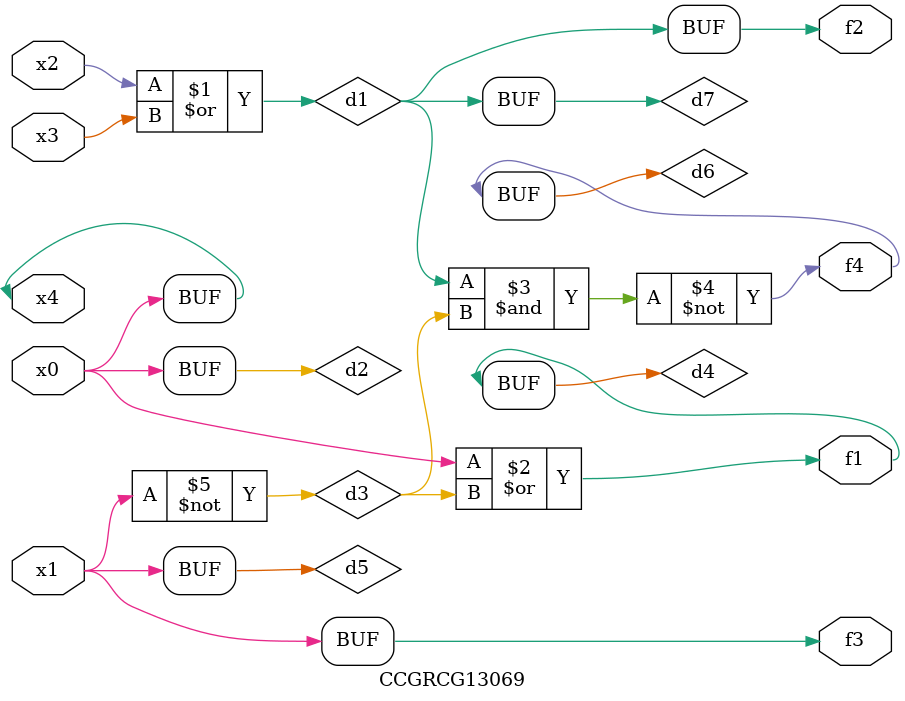
<source format=v>
module CCGRCG13069(
	input x0, x1, x2, x3, x4,
	output f1, f2, f3, f4
);

	wire d1, d2, d3, d4, d5, d6, d7;

	or (d1, x2, x3);
	buf (d2, x0, x4);
	not (d3, x1);
	or (d4, d2, d3);
	not (d5, d3);
	nand (d6, d1, d3);
	or (d7, d1);
	assign f1 = d4;
	assign f2 = d7;
	assign f3 = d5;
	assign f4 = d6;
endmodule

</source>
